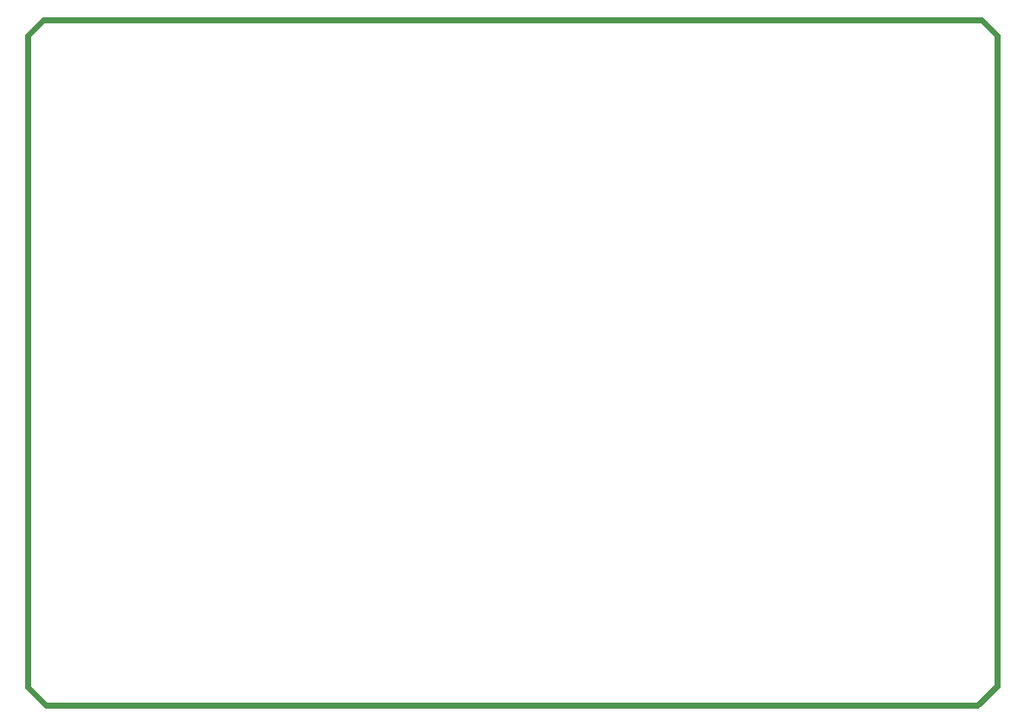
<source format=gm1>
G04*
G04 #@! TF.GenerationSoftware,Altium Limited,Altium Designer,20.0.13 (296)*
G04*
G04 Layer_Color=16711935*
%FSLAX25Y25*%
%MOIN*%
G70*
G01*
G75*
%ADD36C,0.02362*%
D36*
X500Y8500D02*
Y11500D01*
Y8500D02*
X7500Y1500D01*
X258000D01*
X500Y259500D02*
X6500Y265500D01*
X500Y9000D02*
Y259500D01*
X366000Y1500D02*
X373500Y9000D01*
X118500Y1500D02*
X366000D01*
X373500Y9000D02*
Y259500D01*
X367500Y265500D02*
X373500Y259500D01*
X6500Y265500D02*
X367500Y265500D01*
M02*

</source>
